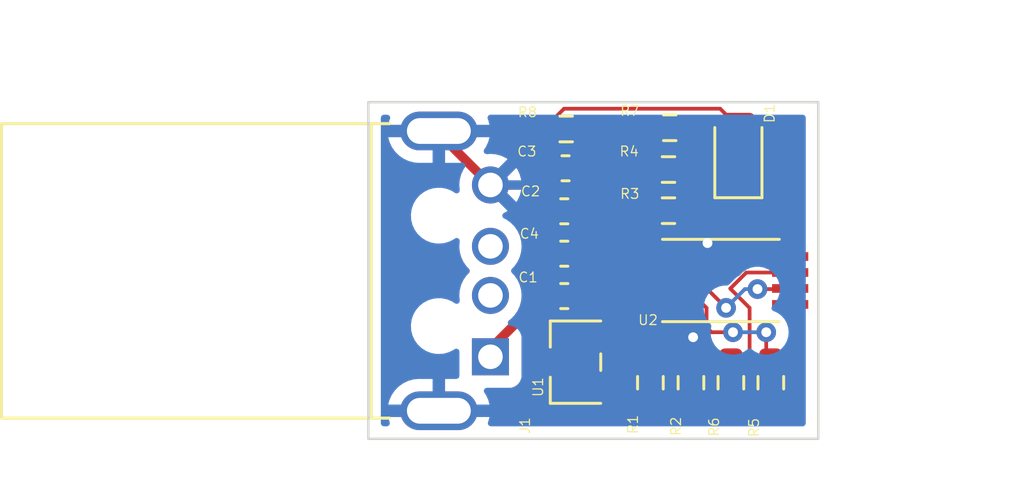
<source format=kicad_pcb>
(kicad_pcb (version 20211014) (generator pcbnew)
  (layers (0 "F.Cu" signal) (31 "B.Cu" signal) (34 "B.Paste" user) (35 "F.Paste" user) (36 "B.SilkS" user "B.Silkscreen") (37 "F.SilkS" user "F.Silkscreen") (38 "B.Mask" user) (39 "F.Mask" user) (44 "Edge.Cuts" user))
  (net 0 "")
  (net 1 "GND")
  (net 2 "Net-(D1-Pad2)")
  (net 5 "Net-(R4-Pad2)")
  (net 6 "Net-(R5-Pad2)")
  (net 7 "/VOUT_AMP1")
  (net 8 "/PWR_USB")
  (net 9 "/VIN_POS_AMP1")
  (net 10 "/VOUT_REG")
  (net 11 "/VOUT_AMP2")
  (net 12 "/VIN_NEG_AMP2")
  (net 13 "/VIN_POS_AMP2")
  (footprint "Capacitor_SMD:C_0603_1608Metric_Pad1.08x0.95mm_HandSolder" (layer "F.Cu") (at 35.9664 20.5232 180)
    (fp_text reference "C4" (at 1.4224 0.8128) (layer "F.SilkS") (effects (font (size 0.4 0.4) (thickness 0.05))))
    (fp_text value "0.1U")
    (fp_line (start -0.146267 0.51) (end 0.146267 0.51) (layer "F.SilkS") (width 0.12))
    (fp_line (start -0.146267 -0.51) (end 0.146267 -0.51) (layer "F.SilkS") (width 0.12))
    (pad "1" smd roundrect (at -0.8625 0 180) (size 1.075 0.95) (layers "F.Cu" "F.Paste" "F.Mask") (net 10 "/VOUT_REG"))
    (pad "2" smd roundrect (at 0.8625 0 180) (size 1.075 0.95) (layers "F.Cu" "F.Paste" "F.Mask") (net 1 "GND"))
  )
  (footprint "Resistor_SMD:R_0603_1608Metric_Pad0.98x0.95mm_HandSolder" (layer "F.Cu") (at 36.0426 15.4432)
    (fp_text reference "R8" (at -1.5748 -0.6858) (layer "F.SilkS") (effects (font (size 0.4 0.4) (thickness 0.05))))
    (fp_text value "47.5")
    (fp_line (start -0.254724 -0.5225) (end 0.254724 -0.5225) (layer "F.SilkS") (width 0.12))
    (fp_line (start -0.254724 0.5225) (end 0.254724 0.5225) (layer "F.SilkS") (width 0.12))
    (pad "1" smd roundrect (at -0.9125 0) (size 0.975 0.95) (layers "F.Cu" "F.Paste" "F.Mask") (net 2 "Net-(D1-Pad2)"))
    (pad "2" smd roundrect (at 0.9125 0) (size 0.975 0.95) (layers "F.Cu" "F.Paste" "F.Mask") (net 11 "/VOUT_AMP2"))
  )
  (footprint "LED_SMD:LED_0805_2012Metric_Pad1.15x1.40mm_HandSolder" (layer "F.Cu") (at 43.053 16.383 90)
    (fp_text reference "D1" (at 1.5748 1.27 90) (layer "F.SilkS") (effects (font (size 0.4 0.4) (thickness 0.05))))
    (fp_text value "LTST-C171KRKT")
    (fp_line (start -1.86 -0.96) (end -1.86 0.96) (layer "F.SilkS") (width 0.12))
    (fp_line (start 1 -0.96) (end -1.86 -0.96) (layer "F.SilkS") (width 0.12))
    (fp_line (start -1.86 0.96) (end 1 0.96) (layer "F.SilkS") (width 0.12))
    (pad "1" smd roundrect (at -1.025 0 90) (size 1.15 1.4) (layers "F.Cu" "F.Paste" "F.Mask") (roundrect_rratio 0.217391) (net 1 "GND"))
    (pad "2" smd roundrect (at 1.025 0 90) (size 1.15 1.4) (layers "F.Cu" "F.Paste" "F.Mask") (roundrect_rratio 0.217391) (net 2 "Net-(D1-Pad2)"))
  )
  (footprint "480370001:MOLEX_48037-0001" (layer "F.Cu") (at 30.861 21.224 -90)
    (fp_text reference "J1" (at 6.3096 -3.5052 90) (layer "F.SilkS") (effects (font (size 0.4 0.4) (thickness 0.05))))
    (fp_text value "48037-0001")
    (fp_line (start -6 2.75) (end 6 2.75) (layer "F.SilkS") (width 0.127))
    (fp_line (start 6 17.8) (end 6 2.75) (layer "F.SilkS") (width 0.127))
    (fp_line (start -6 2.75) (end -6 17.8) (layer "F.SilkS") (width 0.127))
    (fp_line (start -6 2) (end -6 2.75) (layer "F.SilkS") (width 0.127))
    (fp_line (start -6 17.8) (end 6 17.8) (layer "F.SilkS") (width 0.127))
    (fp_line (start 6 2.75) (end 6 2) (layer "F.SilkS") (width 0.127))
    (pad "" np_thru_hole circle (at -2.25 0 270) (size 1.25 1.25) (drill 1.25) (layers *.Cu *.Mask))
    (pad "" np_thru_hole circle (at 2.25 0 270) (size 1.25 1.25) (drill 1.25) (layers *.Cu *.Mask))
    (pad "1" thru_hole rect (at 3.5 -2.1 270) (size 1.508 1.508) (drill 1) (layers *.Cu *.Mask) (net 8 "/PWR_USB"))
    (pad "2" thru_hole circle (at 1 -2.1 270) (size 1.508 1.508) (drill 1) (layers *.Cu *.Mask))
    (pad "3" thru_hole circle (at -1 -2.1 270) (size 1.508 1.508) (drill 1) (layers *.Cu *.Mask))
    (pad "4" thru_hole circle (at -3.5 -2.1 270) (size 1.508 1.508) (drill 1) (layers *.Cu *.Mask) (net 1 "GND"))
    (pad "S1" thru_hole oval (at 5.7 0 270) (size 1.575 3.15) (drill oval 1.05 2.6) (layers *.Cu *.Mask) (net 1 "GND"))
    (pad "S2" thru_hole oval (at -5.7 0 270) (size 1.575 3.15) (drill oval 1.05 2.6) (layers *.Cu *.Mask) (net 1 "GND"))
  )
  (footprint "Capacitor_SMD:C_0603_1608Metric_Pad1.08x0.95mm_HandSolder" (layer "F.Cu") (at 35.9664 18.796)
    (fp_text reference "C2" (at -1.3716 -0.8128) (layer "F.SilkS") (effects (font (size 0.4 0.4) (thickness 0.05))))
    (fp_text value "1U")
    (fp_line (start -0.146267 -0.51) (end 0.146267 -0.51) (layer "F.SilkS") (width 0.12))
    (fp_line (start -0.146267 0.51) (end 0.146267 0.51) (layer "F.SilkS") (width 0.12))
    (pad "1" smd roundrect (at -0.8625 0) (size 1.075 0.95) (layers "F.Cu" "F.Paste" "F.Mask") (net 1 "GND"))
    (pad "2" smd roundrect (at 0.8625 0) (size 1.075 0.95) (layers "F.Cu" "F.Paste" "F.Mask") (net 10 "/VOUT_REG"))
  )
  (footprint "MCP6022T-I_WITHPIN:MCP6022T-I&slash_ST" (layer "F.Cu") (at 42.3418 21.6154 180)
    (fp_text reference "U2" (at 2.966701 -1.6129) (layer "F.SilkS") (effects (font (size 0.4 0.4) (thickness 0.05))))
    (fp_text value "MCP6022T-I/ST" hide)
    (fp_line (start 2.377001 -1.676999) (end -2.377001 -1.676999) (layer "F.SilkS") (width 0.12))
    (fp_line (start -2.377001 1.676999) (end 2.377001 1.676999) (layer "F.SilkS") (width 0.12))
    (pad "1" smd rect (at -2.819001 -0.974999 180) (size 1.4732 0.3556) (layers "F.Cu" "F.Paste" "F.Mask") (net 7 "/VOUT_AMP1"))
    (pad "2" smd rect (at -2.819001 -0.325001 180) (size 1.4732 0.3556) (layers "F.Cu" "F.Paste" "F.Mask") (net 7 "/VOUT_AMP1"))
    (pad "3" smd rect (at -2.819001 0.325001 180) (size 1.4732 0.3556) (layers "F.Cu" "F.Paste" "F.Mask") (net 9 "/VIN_POS_AMP1"))
    (pad "4" smd rect (at -2.819001 0.974999 180) (size 1.4732 0.3556) (layers "F.Cu" "F.Paste" "F.Mask") (net 1 "GND"))
    (pad "5" smd rect (at 2.819001 0.974999 180) (size 1.4732 0.3556) (layers "F.Cu" "F.Paste" "F.Mask") (net 13 "/VIN_POS_AMP2"))
    (pad "6" smd rect (at 2.819001 0.325001 180) (size 1.4732 0.3556) (layers "F.Cu" "F.Paste" "F.Mask") (net 12 "/VIN_NEG_AMP2"))
    (pad "7" smd rect (at 2.819001 -0.325001 180) (size 1.4732 0.3556) (layers "F.Cu" "F.Paste" "F.Mask") (net 11 "/VOUT_AMP2"))
    (pad "8" smd rect (at 2.819001 -0.974999 180) (size 1.4732 0.3556) (layers "F.Cu" "F.Paste" "F.Mask") (net 10 "/VOUT_REG"))
  )
  (footprint "Capacitor_SMD:C_0603_1608Metric_Pad1.08x0.95mm_HandSolder" (layer "F.Cu") (at 36.0172 17.0434)
    (fp_text reference "C3" (at -1.5748 -0.6858) (layer "F.SilkS") (effects (font (size 0.4 0.4) (thickness 0.05))))
    (fp_text value "0.1U")
    (fp_line (start -0.146267 -0.51) (end 0.146267 -0.51) (layer "F.SilkS") (width 0.12))
    (fp_line (start -0.146267 0.51) (end 0.146267 0.51) (layer "F.SilkS") (width 0.12))
    (pad "1" smd roundrect (at -0.8625 0) (size 1.075 0.95) (layers "F.Cu" "F.Paste" "F.Mask") (net 1 "GND"))
    (pad "2" smd roundrect (at 0.8625 0) (size 1.075 0.95) (layers "F.Cu" "F.Paste" "F.Mask") (net 12 "/VIN_NEG_AMP2"))
  )
  (footprint "MCP1702T_WITHPIN:MCP1702T-3302E&slash_CB" (layer "F.Cu") (at 36.4236 24.9428 90)
    (fp_text reference "U1" (at -1.016 -1.524 90) (layer "F.SilkS") (effects (font (size 0.4 0.4) (thickness 0.05))))
    (fp_text value "MCP1702T-3302E/CB" hide)
    (fp_line (start -0.61214 -1.027) (end -1.676999 -1.027) (layer "F.SilkS") (width 0.12))
    (fp_line (start 1.676999 1.027) (end 1.676999 -1.027) (layer "F.SilkS") (width 0.12))
    (fp_line (start -0.337861 1.027) (end 0.337861 1.027) (layer "F.SilkS") (width 0.12))
    (fp_line (start -1.676999 -1.027) (end -1.676999 1.027) (layer "F.SilkS") (width 0.12))
    (fp_line (start 1.676999 -1.027) (end 0.61214 -1.027) (layer "F.SilkS") (width 0.12))
    (pad "1" smd rect (at -0.950001 1.1952 90) (size 0.9398 1.3208) (layers "F.Cu" "F.Paste" "F.Mask") (net 1 "GND"))
    (pad "2" smd rect (at 0.950001 1.1952 90) (size 0.9398 1.3208) (layers "F.Cu" "F.Paste" "F.Mask") (net 10 "/VOUT_REG"))
    (pad "3" smd rect (at 0 -1.1952 90) (size 0.9398 1.3208) (layers "F.Cu" "F.Paste" "F.Mask") (net 8 "/PWR_USB"))
  )
  (footprint "Capacitor_SMD:C_0603_1608Metric_Pad1.08x0.95mm_HandSolder" (layer "F.Cu") (at 35.9664 22.2504 180)
    (fp_text reference "C1" (at 1.4732 0.762) (layer "F.SilkS") (effects (font (size 0.4 0.4) (thickness 0.05))))
    (fp_text value "1U")
    (fp_line (start -0.146267 -0.51) (end 0.146267 -0.51) (layer "F.SilkS") (width 0.12))
    (fp_line (start -0.146267 0.51) (end 0.146267 0.51) (layer "F.SilkS") (width 0.12))
    (pad "1" smd roundrect (at -0.8625 0 180) (size 1.075 0.95) (layers "F.Cu" "F.Paste" "F.Mask") (net 1 "GND"))
    (pad "2" smd roundrect (at 0.8625 0 180) (size 1.075 0.95) (layers "F.Cu" "F.Paste" "F.Mask") (net 8 "/PWR_USB"))
  )
  (footprint "Resistor_SMD:R_0603_1608Metric_Pad0.98x0.95mm_HandSolder" (layer "F.Cu") (at 40.2082 17.0942)
    (fp_text reference "R4" (at -1.6002 -0.7366) (layer "F.SilkS") (effects (font (size 0.4 0.4) (thickness 0.05))))
    (fp_text value "3.01M")
    (fp_line (start -0.254724 0.5225) (end 0.254724 0.5225) (layer "F.SilkS") (width 0.12))
    (fp_line (start -0.254724 -0.5225) (end 0.254724 -0.5225) (layer "F.SilkS") (width 0.12))
    (pad "1" smd roundrect (at -0.9125 0) (size 0.975 0.95) (layers "F.Cu" "F.Paste" "F.Mask") (net 12 "/VIN_NEG_AMP2"))
    (pad "2" smd roundrect (at 0.9125 0) (size 0.975 0.95) (layers "F.Cu" "F.Paste" "F.Mask") (net 5 "Net-(R4-Pad2)"))
  )
  (footprint "Resistor_SMD:R_0603_1608Metric_Pad0.98x0.95mm_HandSolder" (layer "F.Cu") (at 44.3738 25.781 -90)
    (fp_text reference "R5" (at 1.8288 0.6858 90) (layer "F.SilkS") (effects (font (size 0.4 0.4) (thickness 0.05))))
    (fp_text value "698K")
    (fp_line (start -0.254724 -0.5225) (end 0.254724 -0.5225) (layer "F.SilkS") (width 0.12))
    (fp_line (start -0.254724 0.5225) (end 0.254724 0.5225) (layer "F.SilkS") (width 0.12))
    (pad "1" smd roundrect (at -0.9125 0 270) (size 0.975 0.95) (layers "F.Cu" "F.Paste" "F.Mask") (net 5 "Net-(R4-Pad2)"))
    (pad "2" smd roundrect (at 0.9125 0 270) (size 0.975 0.95) (layers "F.Cu" "F.Paste" "F.Mask") (net 6 "Net-(R5-Pad2)"))
  )
  (footprint "Resistor_SMD:R_0603_1608Metric_Pad0.98x0.95mm_HandSolder" (layer "F.Cu") (at 40.2082 18.7706 180)
    (fp_text reference "R3" (at 1.5748 0.6858) (layer "F.SilkS") (effects (font (size 0.4 0.4) (thickness 0.05))))
    (fp_text value "10K")
    (fp_line (start -0.254724 0.5225) (end 0.254724 0.5225) (layer "F.SilkS") (width 0.12))
    (fp_line (start -0.254724 -0.5225) (end 0.254724 -0.5225) (layer "F.SilkS") (width 0.12))
    (pad "1" smd roundrect (at -0.9125 0 180) (size 0.975 0.95) (layers "F.Cu" "F.Paste" "F.Mask") (net 7 "/VOUT_AMP1"))
    (pad "2" smd roundrect (at 0.9125 0 180) (size 0.975 0.95) (layers "F.Cu" "F.Paste" "F.Mask") (net 13 "/VIN_POS_AMP2"))
  )
  (footprint "Resistor_SMD:R_0603_1608Metric_Pad0.98x0.95mm_HandSolder" (layer "F.Cu") (at 39.4716 25.781 -90)
    (fp_text reference "R1" (at 1.7018 0.7112 90) (layer "F.SilkS") (effects (font (size 0.4 0.4) (thickness 0.05))))
    (fp_text value "10K")
    (fp_line (start -0.254724 0.5225) (end 0.254724 0.5225) (layer "F.SilkS") (width 0.12))
    (fp_line (start -0.254724 -0.5225) (end 0.254724 -0.5225) (layer "F.SilkS") (width 0.12))
    (pad "1" smd roundrect (at -0.9125 0 270) (size 0.975 0.95) (layers "F.Cu" "F.Paste" "F.Mask") (net 10 "/VOUT_REG"))
    (pad "2" smd roundrect (at 0.9125 0 270) (size 0.975 0.95) (layers "F.Cu" "F.Paste" "F.Mask") (net 9 "/VIN_POS_AMP1"))
  )
  (footprint "Resistor_SMD:R_0603_1608Metric_Pad0.98x0.95mm_HandSolder" (layer "F.Cu") (at 40.259 15.3924 180)
    (fp_text reference "R7" (at 1.6256 0.6858) (layer "F.SilkS") (effects (font (size 0.4 0.4) (thickness 0.05))))
    (fp_text value "10K")
    (fp_line (start -0.254724 0.5225) (end 0.254724 0.5225) (layer "F.SilkS") (width 0.12))
    (fp_line (start -0.254724 -0.5225) (end 0.254724 -0.5225) (layer "F.SilkS") (width 0.12))
    (pad "1" smd roundrect (at -0.9125 0 180) (size 0.975 0.95) (layers "F.Cu" "F.Paste" "F.Mask") (net 13 "/VIN_POS_AMP2"))
    (pad "2" smd roundrect (at 0.9125 0 180) (size 0.975 0.95) (layers "F.Cu" "F.Paste" "F.Mask") (net 11 "/VOUT_AMP2"))
  )
  (footprint "Resistor_SMD:R_0603_1608Metric_Pad0.98x0.95mm_HandSolder" (layer "F.Cu") (at 41.1226 25.781 -90)
    (fp_text reference "R2" (at 1.778 0.6096 90) (layer "F.SilkS") (effects (font (size 0.4 0.4) (thickness 0.05))))
    (fp_text value "10K")
    (fp_line (start -0.254724 -0.5225) (end 0.254724 -0.5225) (layer "F.SilkS") (width 0.12))
    (fp_line (start -0.254724 0.5225) (end 0.254724 0.5225) (layer "F.SilkS") (width 0.12))
    (pad "1" smd roundrect (at -0.9125 0 270) (size 0.975 0.95) (layers "F.Cu" "F.Paste" "F.Mask") (net 1 "GND"))
    (pad "2" smd roundrect (at 0.9125 0 270) (size 0.975 0.95) (layers "F.Cu" "F.Paste" "F.Mask") (net 9 "/VIN_POS_AMP1"))
  )
  (footprint "Resistor_SMD:R_0603_1608Metric_Pad0.98x0.95mm_HandSolder" (layer "F.Cu") (at 42.7482 25.781 90)
    (fp_text reference "R6" (at -1.8034 -0.6858 90) (layer "F.SilkS") (effects (font (size 0.4 0.4) (thickness 0.05))))
    (fp_text value "909K")
    (fp_line (start -0.254724 0.5225) (end 0.254724 0.5225) (layer "F.SilkS") (width 0.12))
    (fp_line (start -0.254724 -0.5225) (end 0.254724 -0.5225) (layer "F.SilkS") (width 0.12))
    (pad "1" smd roundrect (at -0.9125 0 90) (size 0.975 0.95) (layers "F.Cu" "F.Paste" "F.Mask") (net 6 "Net-(R5-Pad2)"))
    (pad "2" smd roundrect (at 0.9125 0 90) (size 0.975 0.95) (layers "F.Cu" "F.Paste" "F.Mask") (net 11 "/VOUT_AMP2"))
  )
  (gr_rect (start 46.3042 28.067) (end 27.9908 14.351) (layer "Edge.Cuts") (width 0.1) (fill none))
  (segment (start 34.4741 17.724) (end 35.1547 17.0434) (width 0.381) (layer "F.Cu") (net 1))
  (segment (start 36.5679 24.841901) (end 36.5679 22.5114) (width 0.381) (layer "F.Cu") (net 1))
  (segment (start 35.1039 20.5232) (end 35.1039 18.796) (width 0.381) (layer "F.Cu") (net 1))
  (segment (start 30.861 15.524) (end 30.861 15.5194) (width 0.381) (layer "F.Cu") (net 1))
  (segment (start 35.1039 18.796) (end 34.033 18.796) (width 0.381) (layer "F.Cu") (net 1))
  (segment (start 36.8289 22.2482) (end 35.1039 20.5232) (width 0.381) (layer "F.Cu") (net 1))
  (segment (start 30.8864 15.494) (end 30.8864 15.6494) (width 0.381) (layer "F.Cu") (net 1))
  (segment (start 41.1226 24.015521) (end 41.210908 23.927213) (width 0.381) (layer "F.Cu") (net 1))
  (segment (start 32.961 17.724) (end 34.4741 17.724) (width 0.381) (layer "F.Cu") (net 1))
  (segment (start 41.1226 24.8685) (end 41.1226 24.015521) (width 0.381) (layer "F.Cu") (net 1))
  (segment (start 43.3552 18.8348) (end 45.160801 20.640401) (width 0.381) (layer "F.Cu") (net 1))
  (segment (start 43.053 18.8348) (end 43.3552 18.8348) (width 0.381) (layer "F.Cu") (net 1))
  (segment (start 43.053 17.408) (end 43.053 18.8348) (width 0.381) (layer "F.Cu") (net 1))
  (segment (start 30.861 15.5194) (end 30.8864 15.494) (width 0.381) (layer "F.Cu") (net 1))
  (segment (start 43.053 18.8348) (end 41.7964 20.0914) (width 0.381) (layer "F.Cu") (net 1))
  (segment (start 36.5679 22.5114) (end 36.8289 22.2504) (width 0.381) (layer "F.Cu") (net 1))
  (segment (start 37.6188 25.892801) (end 36.5679 24.841901) (width 0.381) (layer "F.Cu") (net 1))
  (segment (start 36.587601 26.924) (end 37.6188 25.892801) (width 0.381) (layer "F.Cu") (net 1))
  (segment (start 36.8289 22.2504) (end 36.8289 22.2482) (width 0.381) (layer "F.Cu") (net 1))
  (segment (start 34.033 18.796) (end 32.961 17.724) (width 0.381) (layer "F.Cu") (net 1))
  (segment (start 30.8864 15.6494) (end 32.961 17.724) (width 0.381) (layer "F.Cu") (net 1))
  (segment (start 30.861 26.924) (end 36.587601 26.924) (width 0.381) (layer "F.Cu") (net 1))
  (via (at 41.7964 20.0914) (size 0.8) (drill 0.4) (layers "F.Cu" "B.Cu") (net 1))
  (via (at 41.210908 23.927213) (size 0.8) (drill 0.4) (layers "F.Cu" "B.Cu") (net 1))
  (segment (start 32.961 17.724) (end 35.007695 17.724) (width 0.381) (layer "B.Cu") (net 1))
  (segment (start 30.861 15.524) (end 37.229 15.524) (width 0.381) (layer "B.Cu") (net 1))
  (segment (start 35.007695 17.724) (end 41.210908 23.927213) (width 0.381) (layer "B.Cu") (net 1))
  (segment (start 37.229 15.524) (end 41.7964 20.0914) (width 0.381) (layer "B.Cu") (net 1))
  (segment (start 43.053 15.358) (end 42.3108 14.6158) (width 0.1524) (layer "F.Cu") (net 2))
  (segment (start 35.9575 14.6158) (end 35.1301 15.4432) (width 0.1524) (layer "F.Cu") (net 2))
  (segment (start 42.3108 14.6158) (end 35.9575 14.6158) (width 0.1524) (layer "F.Cu") (net 2))
  (segment (start 41.7576 22.733) (end 41.7576 23.5204) (width 0.1524) (layer "F.Cu") (net 5))
  (segment (start 44.1859 24.6806) (end 44.3738 24.8685) (width 0.1524) (layer "F.Cu") (net 5))
  (segment (start 40.357 20.1627) (end 40.767 20.5727) (width 0.1524) (layer "F.Cu") (net 5))
  (segment (start 41.1207 17.0942) (end 41.1207 17.556618) (width 0.1524) (layer "F.Cu") (net 5))
  (segment (start 40.767 21.7424) (end 41.2242 22.1996) (width 0.1524) (layer "F.Cu") (net 5))
  (segment (start 40.767 20.5727) (end 40.767 21.717) (width 0.1524) (layer "F.Cu") (net 5))
  (segment (start 44.1859 23.7236) (end 44.1859 24.6806) (width 0.1524) (layer "F.Cu") (net 5))
  (segment (start 40.767 21.717) (end 40.767 21.7424) (width 0.1524) (layer "F.Cu") (net 5))
  (segment (start 41.2242 22.1996) (end 41.7576 22.733) (width 0.1524) (layer "F.Cu") (net 5))
  (segment (start 41.9608 23.7236) (end 42.8345 23.7236) (width 0.1524) (layer "F.Cu") (net 5))
  (segment (start 41.7576 23.5204) (end 41.9608 23.7236) (width 0.1524) (layer "F.Cu") (net 5))
  (segment (start 40.357 18.320318) (end 40.357 20.1627) (width 0.1524) (layer "F.Cu") (net 5))
  (segment (start 41.1207 17.556618) (end 40.357 18.320318) (width 0.1524) (layer "F.Cu") (net 5))
  (via (at 44.1859 23.7236) (size 0.8) (drill 0.4) (layers "F.Cu" "B.Cu") (net 5))
  (via (at 42.8345 23.7236) (size 0.8) (drill 0.4) (layers "F.Cu" "B.Cu") (net 5))
  (segment (start 42.8345 23.7236) (end 44.1859 23.7236) (width 0.1524) (layer "B.Cu") (net 5))
  (segment (start 42.7482 26.6935) (end 44.3738 26.6935) (width 0.1524) (layer "F.Cu") (net 6))
  (segment (start 45.135103 21.966099) (end 45.160801 21.940401) (width 0.1524) (layer "F.Cu") (net 7))
  (segment (start 41.1207 21.299086) (end 42.552319 22.730705) (width 0.1524) (layer "F.Cu") (net 7))
  (segment (start 43.831284 21.966099) (end 45.135103 21.966099) (width 0.1524) (layer "F.Cu") (net 7))
  (segment (start 41.1207 18.7706) (end 41.1207 21.299086) (width 0.1524) (layer "F.Cu") (net 7))
  (segment (start 45.160801 21.940401) (end 45.160801 22.590399) (width 0.1524) (layer "F.Cu") (net 7))
  (via (at 42.552319 22.730705) (size 0.8) (drill 0.4) (layers "F.Cu" "B.Cu") (net 7))
  (via (at 43.831284 21.966099) (size 0.8) (drill 0.4) (layers "F.Cu" "B.Cu") (net 7))
  (segment (start 43.316925 21.966099) (end 43.831284 21.966099) (width 0.1524) (layer "B.Cu") (net 7))
  (segment (start 42.552319 22.730705) (end 43.316925 21.966099) (width 0.1524) (layer "B.Cu") (net 7))
  (segment (start 34.08735 23.26695) (end 34.6456 23.8252) (width 0.381) (layer "F.Cu") (net 8))
  (segment (start 32.961 24.724) (end 32.961 24.3933) (width 0.381) (layer "F.Cu") (net 8))
  (segment (start 32.961 24.3933) (end 34.08735 23.26695) (width 0.381) (layer "F.Cu") (net 8))
  (segment (start 34.6456 23.8252) (end 34.6456 24.4616) (width 0.381) (layer "F.Cu") (net 8))
  (segment (start 34.08735 23.26695) (end 35.1039 22.2504) (width 0.381) (layer "F.Cu") (net 8))
  (segment (start 34.6456 24.4616) (end 35.1776 24.9936) (width 0.381) (layer "F.Cu") (net 8))
  (segment (start 43.5102 22.733) (end 42.7228 21.9456) (width 0.1524) (layer "F.Cu") (net 9))
  (segment (start 39.4716 26.6935) (end 41.1226 26.6935) (width 0.1524) (layer "F.Cu") (net 9))
  (segment (start 41.534218 26.6935) (end 42.595518 25.6322) (width 0.1524) (layer "F.Cu") (net 9))
  (segment (start 43.5102 25.443682) (end 43.5102 22.733) (width 0.1524) (layer "F.Cu") (net 9))
  (segment (start 43.321682 25.6322) (end 43.5102 25.443682) (width 0.1524) (layer "F.Cu") (net 9))
  (segment (start 43.378001 21.290399) (end 45.160801 21.290399) (width 0.1524) (layer "F.Cu") (net 9))
  (segment (start 42.595518 25.6322) (end 43.321682 25.6322) (width 0.1524) (layer "F.Cu") (net 9))
  (segment (start 42.7228 21.9456) (end 43.378001 21.290399) (width 0.1524) (layer "F.Cu") (net 9))
  (segment (start 41.1226 26.6935) (end 41.534218 26.6935) (width 0.1524) (layer "F.Cu") (net 9))
  (segment (start 38.767151 25.141149) (end 39.198951 25.141149) (width 0.381) (layer "F.Cu") (net 10))
  (segment (start 39.522799 22.590399) (end 39.522799 22.793599) (width 0.381) (layer "F.Cu") (net 10))
  (segment (start 37.7569 21.752774) (end 37.7569 21.4512) (width 0.381) (layer "F.Cu") (net 10))
  (segment (start 36.8289 20.5232) (end 36.8289 18.8468) (width 0.381) (layer "F.Cu") (net 10))
  (segment (start 37.568 24.043599) (end 37.7569 23.854699) (width 0.381) (layer "F.Cu") (net 10))
  (segment (start 36.8289 18.8468) (end 36.8797 18.796) (width 0.381) (layer "F.Cu") (net 10))
  (segment (start 39.522799 22.793599) (end 39.316498 22.9999) (width 0.381) (layer "F.Cu") (net 10))
  (segment (start 37.7569 22.9999) (end 39.316498 22.9999) (width 0.381) (layer "F.Cu") (net 10))
  (segment (start 37.7569 23.854699) (end 37.7569 21.752774) (width 0.381) (layer "F.Cu") (net 10))
  (segment (start 37.7569 21.4512) (end 36.8289 20.5232) (width 0.381) (layer "F.Cu") (net 10))
  (segment (start 37.7569 21.752774) (end 37.7569 22.9999) (width 0.381) (layer "F.Cu") (net 10))
  (segment (start 37.6188 23.992799) (end 38.767151 25.141149) (width 0.381) (layer "F.Cu") (net 10))
  (segment (start 39.198951 25.141149) (end 39.4716 24.8685) (width 0.381) (layer "F.Cu") (net 10))
  (segment (start 39.3465 15.3924) (end 37.0059 15.3924) (width 0.1524) (layer "F.Cu") (net 11))
  (segment (start 40.535599 22.064201) (end 40.535599 23.904201) (width 0.1524) (layer "F.Cu") (net 11))
  (segment (start 37.6428 20.677086) (end 38.227 21.261286) (width 0.1524) (layer "F.Cu") (net 11))
  (segment (start 37.0059 15.3924) (end 36.9551 15.4432) (width 0.1524) (layer "F.Cu") (net 11))
  (segment (start 37.6428 18.345918) (end 37.6428 20.677086) (width 0.1524) (layer "F.Cu") (net 11))
  (segment (start 38.227 21.8948) (end 38.272601 21.940401) (width 0.1524) (layer "F.Cu") (net 11))
  (segment (start 40.3714 24.0684) (end 40.535599 23.904201) (width 0.1524) (layer "F.Cu") (net 11))
  (segment (start 38.272601 21.940401) (end 39.522799 21.940401) (width 0.1524) (layer "F.Cu") (net 11))
  (segment (start 41.9845 25.6322) (end 40.672318 25.6322) (width 0.1524) (layer "F.Cu") (net 11))
  (segment (start 36.066 17.4986) (end 36.6122 18.0448) (width 0.1524) (layer "F.Cu") (net 11))
  (segment (start 36.6122 18.0448) (end 37.341682 18.0448) (width 0.1524) (layer "F.Cu") (net 11))
  (segment (start 36.066 16.3323) (end 36.066 17.4986) (width 0.1524) (layer "F.Cu") (net 11))
  (segment (start 38.227 21.261286) (end 38.227 21.8948) (width 0.1524) (layer "F.Cu") (net 11))
  (segment (start 40.411799 21.940401) (end 40.535599 22.064201) (width 0.1524) (layer "F.Cu") (net 11))
  (segment (start 42.7482 24.8685) (end 41.9845 25.6322) (width 0.1524) (layer "F.Cu") (net 11))
  (segment (start 39.522799 21.940401) (end 40.411799 21.940401) (width 0.1524) (layer "F.Cu") (net 11))
  (segment (start 40.672318 25.6322) (end 40.3714 25.331282) (width 0.1524) (layer "F.Cu") (net 11))
  (segment (start 36.9551 15.4432) (end 36.066 16.3323) (width 0.1524) (layer "F.Cu") (net 11))
  (segment (start 37.341682 18.0448) (end 37.6428 18.345918) (width 0.1524) (layer "F.Cu") (net 11))
  (segment (start 40.3714 25.331282) (end 40.3714 24.0684) (width 0.1524) (layer "F.Cu") (net 11))
  (segment (start 39.326801 21.094401) (end 39.522799 21.290399) (width 0.1524) (layer "F.Cu") (net 12))
  (segment (start 36.8797 17.0434) (end 37.8714 17.0434) (width 0.1524) (layer "F.Cu") (net 12))
  (segment (start 38.1508 17.0434) (end 39.2449 17.0434) (width 0.1524) (layer "F.Cu") (net 12))
  (segment (start 39.2449 17.0434) (end 39.2957 17.0942) (width 0.1524) (layer "F.Cu") (net 12))
  (segment (start 38.558484 21.094401) (end 37.9952 20.531117) (width 0.1524) (layer "F.Cu") (net 12))
  (segment (start 37.8714 17.0434) (end 38.1508 17.0434) (width 0.1524) (layer "F.Cu") (net 12))
  (segment (start 37.9952 20.531117) (end 37.9952 17.1672) (width 0.1524) (layer "F.Cu") (net 12))
  (segment (start 38.558484 21.094401) (end 39.326801 21.094401) (width 0.1524) (layer "F.Cu") (net 12))
  (segment (start 37.9952 17.1672) (end 37.8714 17.0434) (width 0.1524) (layer "F.Cu") (net 12))
  (segment (start 40.3117 17.7546) (end 39.2957 18.7706) (width 0.1524) (layer "F.Cu") (net 13))
  (segment (start 40.3117 16.2522) (end 40.3117 17.7546) (width 0.1524) (layer "F.Cu") (net 13))
  (segment (start 39.522799 18.997699) (end 39.522799 20.640401) (width 0.1524) (layer "F.Cu") (net 13))
  (segment (start 41.1715 15.3924) (end 40.3117 16.2522) (width 0.1524) (layer "F.Cu") (net 13))
  (segment (start 39.2957 18.7706) (end 39.522799 18.997699) (width 0.1524) (layer "F.Cu") (net 13))
  (zone (net 1) (net_name "GND") (layer "B.Cu") (connect_pads (clearance 0.508)) (min_thickness 0.254) (fill yes (thermal_gap 0.508) (thermal_bridge_width 0.508))
    (polygon (pts (xy 46.3042 28.067) (xy 28.067 28.067) (xy 28.067 14.351) (xy 46.3042 14.351)))
  )
)
</source>
